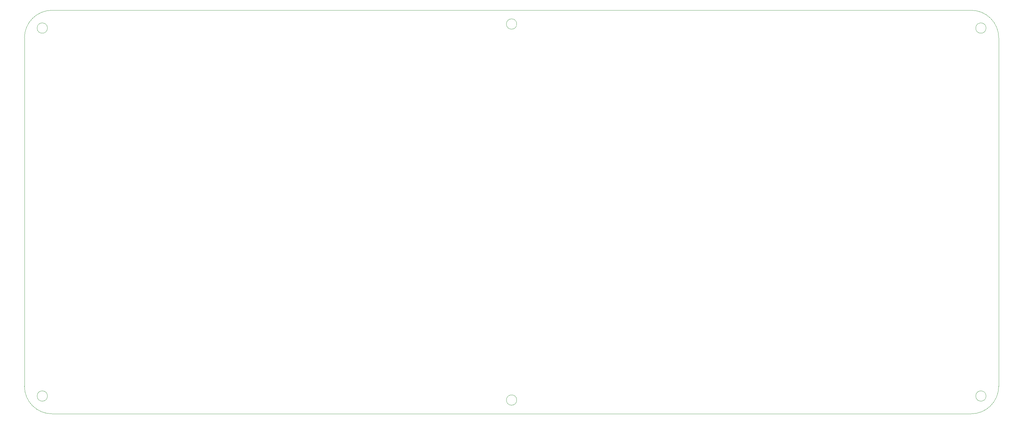
<source format=gbr>
G04 #@! TF.GenerationSoftware,KiCad,Pcbnew,(5.1.5)-3*
G04 #@! TF.CreationDate,2020-01-31T21:09:01-08:00*
G04 #@! TF.ProjectId,PCB,5043422e-6b69-4636-9164-5f7063625858,0.1*
G04 #@! TF.SameCoordinates,Original*
G04 #@! TF.FileFunction,Profile,NP*
%FSLAX46Y46*%
G04 Gerber Fmt 4.6, Leading zero omitted, Abs format (unit mm)*
G04 Created by KiCad (PCBNEW (5.1.5)-3) date 2020-01-31 21:09:01*
%MOMM*%
%LPD*%
G04 APERTURE LIST*
%ADD10C,0.050000*%
G04 APERTURE END LIST*
D10*
X84966086Y-193039800D02*
X84966086Y-91789728D01*
X367666001Y-91789728D02*
G75*
G03X359666001Y-83789728I-8000000J0D01*
G01*
X92966085Y-83789729D02*
G75*
G03X84966086Y-91789728I0J-7999999D01*
G01*
X367666001Y-91789728D02*
X367666001Y-193039800D01*
X363994412Y-88961301D02*
G75*
G03X363994412Y-88961301I-1500000J0D01*
G01*
X92966085Y-83789728D02*
X359666001Y-83789728D01*
X91637658Y-88961301D02*
G75*
G03X91637658Y-88961301I-1500000J0D01*
G01*
X227816035Y-87789728D02*
G75*
G03X227816035Y-87789728I-1500000J0D01*
G01*
X91637658Y-195868227D02*
G75*
G03X91637658Y-195868227I-1500000J0D01*
G01*
X227816035Y-197039800D02*
G75*
G03X227816035Y-197039800I-1500000J0D01*
G01*
X363994412Y-195868227D02*
G75*
G03X363994412Y-195868227I-1500000J0D01*
G01*
X359666001Y-201039800D02*
G75*
G03X367666001Y-193039800I0J8000000D01*
G01*
X84966085Y-193039800D02*
G75*
G03X92966085Y-201039800I8000000J0D01*
G01*
X92966085Y-201039800D02*
X359666001Y-201039800D01*
M02*

</source>
